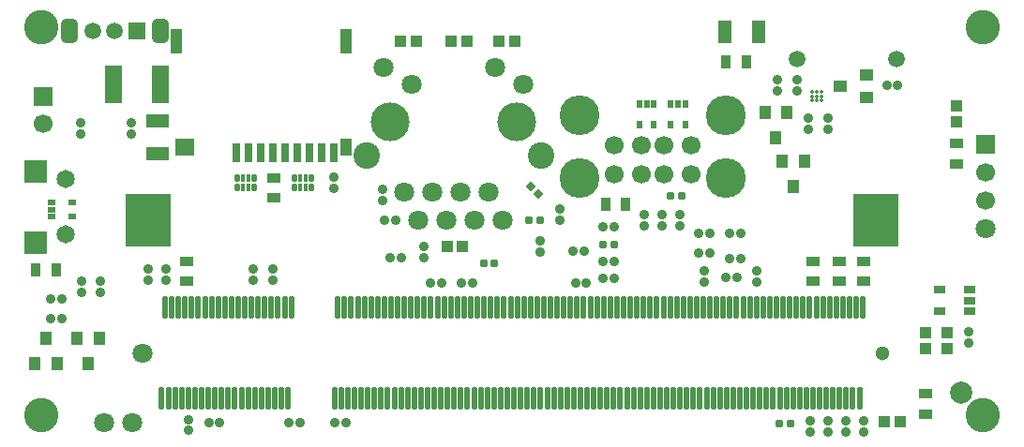
<source format=gts>
G04 Layer_Color=8388736*
%FSLAX44Y44*%
%MOMM*%
G71*
G01*
G75*
%ADD49C,1.3000*%
%ADD50C,3.5000*%
%ADD62C,1.5000*%
%ADD63C,1.7000*%
%ADD96R,0.6000X0.7000*%
%ADD97R,1.3000X0.9000*%
%ADD98R,1.0000X1.0000*%
G04:AMPARAMS|DCode=99|XSize=0.65mm|YSize=0.7mm|CornerRadius=0.1875mm|HoleSize=0mm|Usage=FLASHONLY|Rotation=180.000|XOffset=0mm|YOffset=0mm|HoleType=Round|Shape=RoundedRectangle|*
%AMROUNDEDRECTD99*
21,1,0.6500,0.3250,0,0,180.0*
21,1,0.2750,0.7000,0,0,180.0*
1,1,0.3750,-0.1375,0.1625*
1,1,0.3750,0.1375,0.1625*
1,1,0.3750,0.1375,-0.1625*
1,1,0.3750,-0.1375,-0.1625*
%
%ADD99ROUNDEDRECTD99*%
G04:AMPARAMS|DCode=100|XSize=0.7mm|YSize=0.5mm|CornerRadius=0.15mm|HoleSize=0mm|Usage=FLASHONLY|Rotation=90.000|XOffset=0mm|YOffset=0mm|HoleType=Round|Shape=RoundedRectangle|*
%AMROUNDEDRECTD100*
21,1,0.7000,0.2000,0,0,90.0*
21,1,0.4000,0.5000,0,0,90.0*
1,1,0.3000,0.1000,0.2000*
1,1,0.3000,0.1000,-0.2000*
1,1,0.3000,-0.1000,-0.2000*
1,1,0.3000,-0.1000,0.2000*
%
%ADD100ROUNDEDRECTD100*%
G04:AMPARAMS|DCode=101|XSize=0.7mm|YSize=0.4mm|CornerRadius=0.125mm|HoleSize=0mm|Usage=FLASHONLY|Rotation=90.000|XOffset=0mm|YOffset=0mm|HoleType=Round|Shape=RoundedRectangle|*
%AMROUNDEDRECTD101*
21,1,0.7000,0.1500,0,0,90.0*
21,1,0.4500,0.4000,0,0,90.0*
1,1,0.2500,0.0750,0.2250*
1,1,0.2500,0.0750,-0.2250*
1,1,0.2500,-0.0750,-0.2250*
1,1,0.2500,-0.0750,0.2250*
%
%ADD101ROUNDEDRECTD101*%
%ADD102R,0.7000X0.6000*%
%ADD103R,1.0000X1.2000*%
%ADD104R,1.2000X1.0000*%
G04:AMPARAMS|DCode=105|XSize=0.8mm|YSize=0.8mm|CornerRadius=0.25mm|HoleSize=0mm|Usage=FLASHONLY|Rotation=0.000|XOffset=0mm|YOffset=0mm|HoleType=Round|Shape=RoundedRectangle|*
%AMROUNDEDRECTD105*
21,1,0.8000,0.3000,0,0,0.0*
21,1,0.3000,0.8000,0,0,0.0*
1,1,0.5000,0.1500,-0.1500*
1,1,0.5000,-0.1500,-0.1500*
1,1,0.5000,-0.1500,0.1500*
1,1,0.5000,0.1500,0.1500*
%
%ADD105ROUNDEDRECTD105*%
G04:AMPARAMS|DCode=106|XSize=0.8mm|YSize=0.8mm|CornerRadius=0.25mm|HoleSize=0mm|Usage=FLASHONLY|Rotation=90.000|XOffset=0mm|YOffset=0mm|HoleType=Round|Shape=RoundedRectangle|*
%AMROUNDEDRECTD106*
21,1,0.8000,0.3000,0,0,90.0*
21,1,0.3000,0.8000,0,0,90.0*
1,1,0.5000,0.1500,0.1500*
1,1,0.5000,0.1500,-0.1500*
1,1,0.5000,-0.1500,-0.1500*
1,1,0.5000,-0.1500,0.1500*
%
%ADD106ROUNDEDRECTD106*%
%ADD107C,0.3500*%
%ADD108R,1.2000X2.0000*%
G04:AMPARAMS|DCode=109|XSize=0.7mm|YSize=0.7mm|CornerRadius=0.2mm|HoleSize=0mm|Usage=FLASHONLY|Rotation=90.000|XOffset=0mm|YOffset=0mm|HoleType=Round|Shape=RoundedRectangle|*
%AMROUNDEDRECTD109*
21,1,0.7000,0.3000,0,0,90.0*
21,1,0.3000,0.7000,0,0,90.0*
1,1,0.4000,0.1500,0.1500*
1,1,0.4000,0.1500,-0.1500*
1,1,0.4000,-0.1500,-0.1500*
1,1,0.4000,-0.1500,0.1500*
%
%ADD109ROUNDEDRECTD109*%
%ADD110R,1.0000X1.0000*%
G04:AMPARAMS|DCode=111|XSize=0.45mm|YSize=2.1mm|CornerRadius=0.1375mm|HoleSize=0mm|Usage=FLASHONLY|Rotation=0.000|XOffset=0mm|YOffset=0mm|HoleType=Round|Shape=RoundedRectangle|*
%AMROUNDEDRECTD111*
21,1,0.4500,1.8250,0,0,0.0*
21,1,0.1750,2.1000,0,0,0.0*
1,1,0.2750,0.0875,-0.9125*
1,1,0.2750,-0.0875,-0.9125*
1,1,0.2750,-0.0875,0.9125*
1,1,0.2750,0.0875,0.9125*
%
%ADD111ROUNDEDRECTD111*%
%ADD112R,4.1000X4.8000*%
%ADD113R,0.8000X1.7000*%
%ADD114R,1.1000X1.5000*%
%ADD115R,1.7000X1.5000*%
%ADD116R,1.1000X2.3000*%
%ADD117R,2.0000X1.2000*%
%ADD118R,0.9000X1.3000*%
%ADD119R,1.1000X0.6500*%
%ADD120R,1.6000X3.4000*%
G04:AMPARAMS|DCode=121|XSize=0.7mm|YSize=0.7mm|CornerRadius=0.2mm|HoleSize=0mm|Usage=FLASHONLY|Rotation=45.000|XOffset=0mm|YOffset=0mm|HoleType=Round|Shape=RoundedRectangle|*
%AMROUNDEDRECTD121*
21,1,0.7000,0.3000,0,0,45.0*
21,1,0.3000,0.7000,0,0,45.0*
1,1,0.4000,0.2121,0.0000*
1,1,0.4000,0.0000,-0.2121*
1,1,0.4000,-0.2121,0.0000*
1,1,0.4000,0.0000,0.2121*
%
%ADD121ROUNDEDRECTD121*%
%ADD122C,2.0000*%
%ADD123C,1.8000*%
%ADD124C,0.1000*%
%ADD125R,1.7000X1.7000*%
%ADD126C,3.6000*%
%ADD127C,2.4000*%
%ADD128R,2.1000X2.0000*%
%ADD129C,1.6500*%
%ADD130R,1.5000X1.5000*%
G04:AMPARAMS|DCode=131|XSize=1.5mm|YSize=2.2mm|CornerRadius=0.425mm|HoleSize=0mm|Usage=FLASHONLY|Rotation=180.000|XOffset=0mm|YOffset=0mm|HoleType=Round|Shape=RoundedRectangle|*
%AMROUNDEDRECTD131*
21,1,1.5000,1.3500,0,0,180.0*
21,1,0.6500,2.2000,0,0,180.0*
1,1,0.8500,-0.3250,0.6750*
1,1,0.8500,0.3250,0.6750*
1,1,0.8500,0.3250,-0.6750*
1,1,0.8500,-0.3250,-0.6750*
%
%ADD131ROUNDEDRECTD131*%
%ADD132C,3.1000*%
D49*
X784000Y81000D02*
D03*
D50*
X454150Y290000D02*
D03*
X339850D02*
D03*
D62*
X797000Y346500D02*
D03*
X707000D02*
D03*
X71000Y372000D02*
D03*
X91000D02*
D03*
D63*
X26000Y288000D02*
D03*
X541700Y268900D02*
D03*
X566700D02*
D03*
X586700D02*
D03*
X611700D02*
D03*
X541700Y242700D02*
D03*
X566700D02*
D03*
X586700D02*
D03*
X611700D02*
D03*
X877000Y244400D02*
D03*
Y219000D02*
D03*
D96*
X606000Y287000D02*
D03*
X593000D02*
D03*
Y306000D02*
D03*
X599500D02*
D03*
X606000D02*
D03*
X578000Y287000D02*
D03*
X565000D02*
D03*
Y306000D02*
D03*
X571500D02*
D03*
X578000D02*
D03*
D97*
X851000Y270000D02*
D03*
Y252000D02*
D03*
X823000Y26000D02*
D03*
Y44000D02*
D03*
X745000Y146000D02*
D03*
Y164000D02*
D03*
X767000Y146000D02*
D03*
Y164000D02*
D03*
X156000Y146000D02*
D03*
Y164000D02*
D03*
X235000Y221000D02*
D03*
Y239000D02*
D03*
X721500Y146000D02*
D03*
Y164000D02*
D03*
D98*
X843000Y99000D02*
D03*
Y85000D02*
D03*
X363000Y363000D02*
D03*
X349000D02*
D03*
X409000D02*
D03*
X395000D02*
D03*
X823000Y99000D02*
D03*
Y85000D02*
D03*
X786000Y19000D02*
D03*
X800000D02*
D03*
X452000Y363000D02*
D03*
X438000D02*
D03*
D99*
X691000Y17000D02*
D03*
X701000D02*
D03*
X424000Y162000D02*
D03*
X434000D02*
D03*
X593000Y223000D02*
D03*
X603000D02*
D03*
X532000Y179000D02*
D03*
X542000D02*
D03*
D100*
X253500Y230500D02*
D03*
Y239500D02*
D03*
X268500Y230500D02*
D03*
Y239500D02*
D03*
X201500Y230500D02*
D03*
Y239500D02*
D03*
X216500Y230500D02*
D03*
Y239500D02*
D03*
D101*
X258500Y230500D02*
D03*
X263500D02*
D03*
X258500Y239500D02*
D03*
X263500Y239500D02*
D03*
X206500Y230500D02*
D03*
X211500D02*
D03*
X206500Y239500D02*
D03*
X211500D02*
D03*
D102*
X53000Y217000D02*
D03*
Y204000D02*
D03*
X34000D02*
D03*
Y210500D02*
D03*
Y217000D02*
D03*
D103*
X688000Y275500D02*
D03*
X678000Y298500D02*
D03*
X698000D02*
D03*
X714000Y254500D02*
D03*
X694000Y254500D02*
D03*
X704000Y231500D02*
D03*
X29000Y94500D02*
D03*
X39000Y71500D02*
D03*
X19000D02*
D03*
X67000D02*
D03*
X57000Y94500D02*
D03*
X77000D02*
D03*
D104*
X746500Y322000D02*
D03*
X769500Y332000D02*
D03*
Y312000D02*
D03*
D105*
X689000Y328000D02*
D03*
Y318000D02*
D03*
X735000Y283000D02*
D03*
Y293000D02*
D03*
X717000Y283000D02*
D03*
Y293000D02*
D03*
X707000Y328000D02*
D03*
Y318000D02*
D03*
X671000Y155000D02*
D03*
Y145000D02*
D03*
X623000Y155000D02*
D03*
Y145000D02*
D03*
X370000Y177000D02*
D03*
Y167000D02*
D03*
X333000Y229000D02*
D03*
Y219000D02*
D03*
X475000Y182000D02*
D03*
Y172000D02*
D03*
X569000Y206000D02*
D03*
Y196000D02*
D03*
X585000Y206000D02*
D03*
Y196000D02*
D03*
X601000Y206000D02*
D03*
Y196000D02*
D03*
X751000Y10000D02*
D03*
Y20000D02*
D03*
X735000Y10000D02*
D03*
Y20000D02*
D03*
X719000Y10000D02*
D03*
Y20000D02*
D03*
X767000Y10000D02*
D03*
Y20000D02*
D03*
X862000Y100000D02*
D03*
Y90000D02*
D03*
X106000Y279000D02*
D03*
Y289000D02*
D03*
X158000Y11000D02*
D03*
Y21000D02*
D03*
X78000Y146000D02*
D03*
Y136000D02*
D03*
X493000Y201000D02*
D03*
Y211000D02*
D03*
X61000Y146000D02*
D03*
Y136000D02*
D03*
X216000Y147000D02*
D03*
Y157000D02*
D03*
X60000Y289000D02*
D03*
X60000Y279000D02*
D03*
X121000Y147000D02*
D03*
Y157000D02*
D03*
X289000Y230000D02*
D03*
Y240000D02*
D03*
X137000Y147000D02*
D03*
Y157000D02*
D03*
X234000Y157000D02*
D03*
Y147000D02*
D03*
D106*
X788000Y323000D02*
D03*
X798000D02*
D03*
X404000Y144000D02*
D03*
X414000D02*
D03*
X386000D02*
D03*
X376000D02*
D03*
X345000Y201000D02*
D03*
X335000D02*
D03*
X646000Y166000D02*
D03*
X656000D02*
D03*
X628000Y171000D02*
D03*
X618000D02*
D03*
X350000Y167000D02*
D03*
X340000D02*
D03*
X532000Y163500D02*
D03*
X542000D02*
D03*
X515000Y173000D02*
D03*
X505000D02*
D03*
X532000Y148500D02*
D03*
X542000D02*
D03*
X532000Y195000D02*
D03*
X542000D02*
D03*
X517000Y144000D02*
D03*
X507000D02*
D03*
X646000Y189000D02*
D03*
X656000D02*
D03*
X643000Y149000D02*
D03*
X653000D02*
D03*
X628000Y189000D02*
D03*
X618000D02*
D03*
X258000Y18000D02*
D03*
X248000D02*
D03*
X300000D02*
D03*
X290000D02*
D03*
X186000D02*
D03*
X176000D02*
D03*
X43000Y130000D02*
D03*
X33000D02*
D03*
Y112000D02*
D03*
X43000D02*
D03*
D107*
X721000Y309000D02*
D03*
Y313000D02*
D03*
Y317000D02*
D03*
X725000Y309000D02*
D03*
Y313000D02*
D03*
Y317000D02*
D03*
X729000Y309000D02*
D03*
Y313000D02*
D03*
Y317000D02*
D03*
D108*
X642000Y371000D02*
D03*
X672000D02*
D03*
D109*
X475000Y201000D02*
D03*
X465000D02*
D03*
D110*
X391000Y177000D02*
D03*
X405000D02*
D03*
X851000Y290000D02*
D03*
Y304000D02*
D03*
D111*
X766500Y122000D02*
D03*
X763500Y40000D02*
D03*
X760500Y122000D02*
D03*
X757500Y40000D02*
D03*
X754500Y122000D02*
D03*
X751500Y40000D02*
D03*
X748500Y122000D02*
D03*
X745500Y40000D02*
D03*
X742500Y122000D02*
D03*
X739500Y40000D02*
D03*
X736500Y122000D02*
D03*
X733500Y40000D02*
D03*
X730500Y122000D02*
D03*
X727500Y40000D02*
D03*
X724500Y122000D02*
D03*
X721500Y40000D02*
D03*
X718500Y122000D02*
D03*
X715500Y40000D02*
D03*
X712500Y122000D02*
D03*
X709500Y40000D02*
D03*
X706500Y122000D02*
D03*
X703500Y40000D02*
D03*
X700500Y122000D02*
D03*
X697500Y40000D02*
D03*
X694500Y122000D02*
D03*
X691500Y40000D02*
D03*
X688500Y122000D02*
D03*
X685500Y40000D02*
D03*
X682500Y122000D02*
D03*
X679500Y40000D02*
D03*
X676500Y122000D02*
D03*
X673500Y40000D02*
D03*
X670500Y122000D02*
D03*
X667500Y40000D02*
D03*
X664500Y122000D02*
D03*
X661500Y40000D02*
D03*
X658500Y122000D02*
D03*
X655500Y40000D02*
D03*
X652500Y122000D02*
D03*
X649500Y40000D02*
D03*
X646500Y122000D02*
D03*
X643500Y40000D02*
D03*
X640500Y122000D02*
D03*
X637500Y40000D02*
D03*
X634500Y122000D02*
D03*
X631500Y40000D02*
D03*
X628500Y122000D02*
D03*
X625500Y40000D02*
D03*
X622500Y122000D02*
D03*
X619500Y40000D02*
D03*
X616500Y122000D02*
D03*
X613500Y40000D02*
D03*
X610500Y122000D02*
D03*
X607500Y40000D02*
D03*
X604500Y122000D02*
D03*
X601500Y40000D02*
D03*
X598500Y122000D02*
D03*
X595500Y40000D02*
D03*
X592500Y122000D02*
D03*
X589500Y40000D02*
D03*
X586500Y122000D02*
D03*
X583500Y40000D02*
D03*
X580500Y122000D02*
D03*
X577500Y40000D02*
D03*
X574500Y122000D02*
D03*
X571500Y40000D02*
D03*
X568500Y122000D02*
D03*
X565500Y40000D02*
D03*
X562500Y122000D02*
D03*
X559500Y40000D02*
D03*
X556500Y122000D02*
D03*
X553500Y40000D02*
D03*
X550500Y122000D02*
D03*
X547500Y40000D02*
D03*
X544500Y122000D02*
D03*
X541500Y40000D02*
D03*
X538500Y122000D02*
D03*
X535500Y40000D02*
D03*
X532500Y122000D02*
D03*
X529500Y40000D02*
D03*
X526500Y122000D02*
D03*
X523500Y40000D02*
D03*
X520500Y122000D02*
D03*
X517500Y40000D02*
D03*
X514500Y122000D02*
D03*
X511500Y40000D02*
D03*
X508500Y122000D02*
D03*
X505500Y40000D02*
D03*
X502500Y122000D02*
D03*
X499500Y40000D02*
D03*
X496500Y122000D02*
D03*
X493500Y40000D02*
D03*
X490500Y122000D02*
D03*
X487500Y40000D02*
D03*
X484500Y122000D02*
D03*
X481500Y40000D02*
D03*
X478500Y122000D02*
D03*
X475500Y40000D02*
D03*
X472500Y122000D02*
D03*
X469500Y40000D02*
D03*
X466500Y122000D02*
D03*
X463500Y40000D02*
D03*
X460500Y122000D02*
D03*
X457500Y40000D02*
D03*
X454500Y122000D02*
D03*
X451500Y40000D02*
D03*
X448500Y122000D02*
D03*
X445500Y40000D02*
D03*
X442500Y122000D02*
D03*
X439500Y40000D02*
D03*
X436500Y122000D02*
D03*
X433500Y40000D02*
D03*
X430500Y122000D02*
D03*
X427500Y40000D02*
D03*
X424500Y122000D02*
D03*
X421500Y40000D02*
D03*
X418500Y122000D02*
D03*
X415500Y40000D02*
D03*
X412500Y122000D02*
D03*
X409500Y40000D02*
D03*
X406500Y122000D02*
D03*
X403500Y40000D02*
D03*
X400500Y122000D02*
D03*
X397500Y40000D02*
D03*
X394500Y122000D02*
D03*
X391500Y40000D02*
D03*
X388500Y122000D02*
D03*
X385500Y40000D02*
D03*
X382500Y122000D02*
D03*
X379500Y40000D02*
D03*
X376500Y122000D02*
D03*
X373500Y40000D02*
D03*
X370500Y122000D02*
D03*
X367500Y40000D02*
D03*
X364500Y122000D02*
D03*
X361500Y40000D02*
D03*
X358500Y122000D02*
D03*
X355500Y40000D02*
D03*
X352500Y122000D02*
D03*
X349500Y40000D02*
D03*
X346500Y122000D02*
D03*
X343500Y40000D02*
D03*
X340500Y122000D02*
D03*
X337500Y40000D02*
D03*
X334500Y122000D02*
D03*
X331500Y40000D02*
D03*
X328500Y122000D02*
D03*
X325500Y40000D02*
D03*
X322500Y122000D02*
D03*
X319500Y40000D02*
D03*
X316500Y122000D02*
D03*
X313500Y40000D02*
D03*
X310500Y122000D02*
D03*
X307500Y40000D02*
D03*
X304500Y122000D02*
D03*
X301500Y40000D02*
D03*
X298500Y122000D02*
D03*
X295500Y40000D02*
D03*
X292500Y122000D02*
D03*
X289500Y40000D02*
D03*
X250500Y122000D02*
D03*
X247500Y40000D02*
D03*
X244500Y122000D02*
D03*
X241500Y40000D02*
D03*
X238500Y122000D02*
D03*
X235500Y40000D02*
D03*
X232500Y122000D02*
D03*
X229500Y40000D02*
D03*
X226500Y122000D02*
D03*
X223500Y40000D02*
D03*
X220500Y122000D02*
D03*
X217500Y40000D02*
D03*
X214500Y122000D02*
D03*
X211500Y40000D02*
D03*
X208500Y122000D02*
D03*
X205500Y40000D02*
D03*
X202500Y122000D02*
D03*
X199500Y40000D02*
D03*
X196500Y122000D02*
D03*
X193500Y40000D02*
D03*
X190500Y122000D02*
D03*
X187500Y40000D02*
D03*
X184500Y122000D02*
D03*
X181500Y40000D02*
D03*
X178500Y122000D02*
D03*
X175500Y40000D02*
D03*
X172500Y122000D02*
D03*
X169500Y40000D02*
D03*
X166500Y122000D02*
D03*
X163500Y40000D02*
D03*
X160500Y122000D02*
D03*
X157500Y40000D02*
D03*
X154500Y122000D02*
D03*
X151500Y40000D02*
D03*
X148500Y122000D02*
D03*
X145500Y40000D02*
D03*
X142500Y122000D02*
D03*
X139500Y40000D02*
D03*
X136500Y122000D02*
D03*
X133500Y40000D02*
D03*
D112*
X121500Y201000D02*
D03*
X778500D02*
D03*
D113*
X288500Y262000D02*
D03*
X277500D02*
D03*
X266500D02*
D03*
X255500D02*
D03*
X244500D02*
D03*
X233500D02*
D03*
X222500D02*
D03*
X200500D02*
D03*
X211500D02*
D03*
D114*
X299500Y267000D02*
D03*
D115*
X154500D02*
D03*
D116*
X299500Y363000D02*
D03*
X146500D02*
D03*
D117*
X130000Y261000D02*
D03*
Y291000D02*
D03*
D118*
X38000Y156000D02*
D03*
X20000D02*
D03*
X534000Y215000D02*
D03*
X552000D02*
D03*
X661000Y344000D02*
D03*
X643000D02*
D03*
D119*
X836000Y138000D02*
D03*
Y119000D02*
D03*
X863000Y138000D02*
D03*
Y128500D02*
D03*
Y119000D02*
D03*
D120*
X132000Y324000D02*
D03*
X90000D02*
D03*
D121*
X473535Y224464D02*
D03*
X466465Y231535D02*
D03*
D122*
X855000Y45000D02*
D03*
D123*
X116000Y81000D02*
D03*
X81300Y18000D02*
D03*
X106700D02*
D03*
X365250Y201100D02*
D03*
X390650D02*
D03*
X416050D02*
D03*
X352550Y226500D02*
D03*
X377950D02*
D03*
X403350D02*
D03*
X428750Y226500D02*
D03*
X441450Y201100D02*
D03*
X333754Y339022D02*
D03*
X359154Y323782D02*
D03*
X434846Y339022D02*
D03*
X460246Y323782D02*
D03*
X877000Y193600D02*
D03*
D124*
X272500Y367000D02*
D03*
X192500D02*
D03*
D125*
X26000Y313000D02*
D03*
X877000Y269800D02*
D03*
D126*
X511000Y296000D02*
D03*
Y239200D02*
D03*
X642400D02*
D03*
Y296000D02*
D03*
D127*
X475740Y259520D02*
D03*
X318260D02*
D03*
D128*
X20000Y245000D02*
D03*
Y181000D02*
D03*
D129*
X47000Y238000D02*
D03*
Y188000D02*
D03*
D130*
X111000Y372000D02*
D03*
D131*
X132000D02*
D03*
X50000D02*
D03*
D132*
X25000Y25000D02*
D03*
Y375000D02*
D03*
X875000D02*
D03*
Y25000D02*
D03*
M02*

</source>
